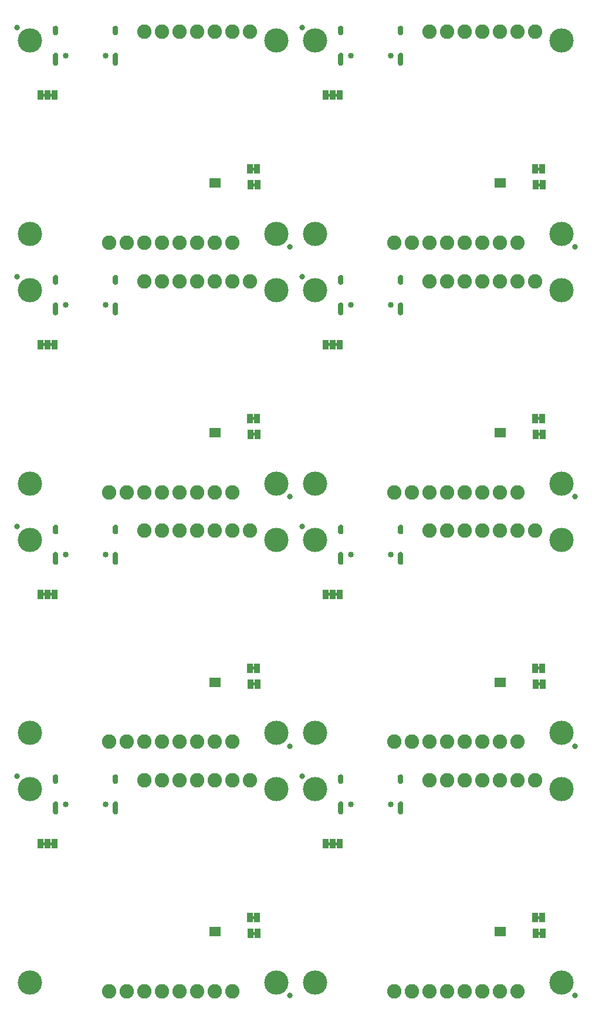
<source format=gbs>
G75*
%MOIN*%
%OFA0B0*%
%FSLAX25Y25*%
%IPPOS*%
%LPD*%
%AMOC8*
5,1,8,0,0,1.08239X$1,22.5*
%
%ADD10C,0.13800*%
%ADD11R,0.03300X0.05800*%
%ADD12C,0.00500*%
%ADD13C,0.03300*%
%ADD14C,0.08200*%
%ADD15C,0.03359*%
%ADD16C,0.00600*%
D10*
X0084342Y0048750D03*
X0084342Y0158650D03*
X0084342Y0190650D03*
X0084342Y0300550D03*
X0084342Y0332550D03*
X0084342Y0442450D03*
X0084342Y0474450D03*
X0084342Y0584350D03*
X0224342Y0584350D03*
X0246342Y0584350D03*
X0246342Y0474450D03*
X0224342Y0474450D03*
X0224342Y0442450D03*
X0246342Y0442450D03*
X0246342Y0332550D03*
X0224342Y0332550D03*
X0224342Y0300550D03*
X0246342Y0300550D03*
X0246342Y0190650D03*
X0224342Y0190650D03*
X0224342Y0158650D03*
X0246342Y0158650D03*
X0246342Y0048750D03*
X0224342Y0048750D03*
X0386342Y0048750D03*
X0386342Y0158650D03*
X0386342Y0190650D03*
X0386342Y0300550D03*
X0386342Y0332550D03*
X0386342Y0442450D03*
X0386342Y0474450D03*
X0386342Y0584350D03*
D11*
X0375342Y0511350D03*
X0371342Y0511350D03*
X0371442Y0502350D03*
X0375442Y0502350D03*
X0352942Y0503350D03*
X0349742Y0503350D03*
X0371342Y0369450D03*
X0375342Y0369450D03*
X0375442Y0360450D03*
X0371442Y0360450D03*
X0352942Y0361450D03*
X0349742Y0361450D03*
X0371342Y0227550D03*
X0375342Y0227550D03*
X0375442Y0218550D03*
X0371442Y0218550D03*
X0352942Y0219550D03*
X0349742Y0219550D03*
X0371342Y0085650D03*
X0375342Y0085650D03*
X0375442Y0076650D03*
X0371442Y0076650D03*
X0352942Y0077650D03*
X0349742Y0077650D03*
X0260342Y0127650D03*
X0256342Y0127650D03*
X0252342Y0127650D03*
X0213342Y0085650D03*
X0209342Y0085650D03*
X0209442Y0076650D03*
X0213442Y0076650D03*
X0190942Y0077650D03*
X0187742Y0077650D03*
X0098342Y0127650D03*
X0094342Y0127650D03*
X0090342Y0127650D03*
X0090342Y0269550D03*
X0094342Y0269550D03*
X0098342Y0269550D03*
X0187742Y0219550D03*
X0190942Y0219550D03*
X0209442Y0218550D03*
X0213442Y0218550D03*
X0213342Y0227550D03*
X0209342Y0227550D03*
X0252342Y0269550D03*
X0256342Y0269550D03*
X0260342Y0269550D03*
X0213442Y0360450D03*
X0209442Y0360450D03*
X0209342Y0369450D03*
X0213342Y0369450D03*
X0190942Y0361450D03*
X0187742Y0361450D03*
X0252342Y0411450D03*
X0256342Y0411450D03*
X0260342Y0411450D03*
X0213442Y0502350D03*
X0209442Y0502350D03*
X0209342Y0511350D03*
X0213342Y0511350D03*
X0190942Y0503350D03*
X0187742Y0503350D03*
X0252342Y0553350D03*
X0256342Y0553350D03*
X0260342Y0553350D03*
X0098342Y0553350D03*
X0094342Y0553350D03*
X0090342Y0553350D03*
X0090342Y0411450D03*
X0094342Y0411450D03*
X0098342Y0411450D03*
D12*
X0097092Y0411636D02*
X0095592Y0411636D01*
X0095592Y0411950D02*
X0095592Y0410950D01*
X0097092Y0410950D01*
X0097092Y0411950D01*
X0095592Y0411950D01*
X0095592Y0411138D02*
X0097092Y0411138D01*
X0093092Y0411138D02*
X0091592Y0411138D01*
X0091592Y0410950D02*
X0093092Y0410950D01*
X0093092Y0411950D01*
X0091592Y0411950D01*
X0091592Y0410950D01*
X0091592Y0411636D02*
X0093092Y0411636D01*
X0093092Y0552850D02*
X0093092Y0553850D01*
X0091592Y0553850D01*
X0091592Y0552850D01*
X0093092Y0552850D01*
X0093092Y0553214D02*
X0091592Y0553214D01*
X0091592Y0553712D02*
X0093092Y0553712D01*
X0095592Y0553712D02*
X0097092Y0553712D01*
X0097092Y0553850D02*
X0097092Y0552850D01*
X0095592Y0552850D01*
X0095592Y0553850D01*
X0097092Y0553850D01*
X0097092Y0553214D02*
X0095592Y0553214D01*
X0210592Y0511850D02*
X0210592Y0510850D01*
X0212092Y0510850D01*
X0212092Y0511850D01*
X0210592Y0511850D01*
X0210592Y0511837D02*
X0212092Y0511837D01*
X0212092Y0511339D02*
X0210592Y0511339D01*
X0210692Y0502850D02*
X0210692Y0501850D01*
X0212192Y0501850D01*
X0212192Y0502850D01*
X0210692Y0502850D01*
X0210692Y0502366D02*
X0212192Y0502366D01*
X0212192Y0501867D02*
X0210692Y0501867D01*
X0253592Y0552850D02*
X0255092Y0552850D01*
X0255092Y0553850D01*
X0253592Y0553850D01*
X0253592Y0552850D01*
X0253592Y0553214D02*
X0255092Y0553214D01*
X0255092Y0553712D02*
X0253592Y0553712D01*
X0257592Y0553712D02*
X0259092Y0553712D01*
X0259092Y0553850D02*
X0259092Y0552850D01*
X0257592Y0552850D01*
X0257592Y0553850D01*
X0259092Y0553850D01*
X0259092Y0553214D02*
X0257592Y0553214D01*
X0257592Y0411950D02*
X0257592Y0410950D01*
X0259092Y0410950D01*
X0259092Y0411950D01*
X0257592Y0411950D01*
X0257592Y0411636D02*
X0259092Y0411636D01*
X0259092Y0411138D02*
X0257592Y0411138D01*
X0255092Y0411138D02*
X0253592Y0411138D01*
X0253592Y0410950D02*
X0255092Y0410950D01*
X0255092Y0411950D01*
X0253592Y0411950D01*
X0253592Y0410950D01*
X0253592Y0411636D02*
X0255092Y0411636D01*
X0212092Y0369950D02*
X0212092Y0368950D01*
X0210592Y0368950D01*
X0210592Y0369950D01*
X0212092Y0369950D01*
X0212092Y0369762D02*
X0210592Y0369762D01*
X0210592Y0369263D02*
X0212092Y0369263D01*
X0212192Y0360950D02*
X0212192Y0359950D01*
X0210692Y0359950D01*
X0210692Y0360950D01*
X0212192Y0360950D01*
X0212192Y0360788D02*
X0210692Y0360788D01*
X0210692Y0360290D02*
X0212192Y0360290D01*
X0253592Y0270050D02*
X0253592Y0269050D01*
X0255092Y0269050D01*
X0255092Y0270050D01*
X0253592Y0270050D01*
X0253592Y0269561D02*
X0255092Y0269561D01*
X0255092Y0269062D02*
X0253592Y0269062D01*
X0257592Y0269062D02*
X0259092Y0269062D01*
X0259092Y0269050D02*
X0259092Y0270050D01*
X0257592Y0270050D01*
X0257592Y0269050D01*
X0259092Y0269050D01*
X0259092Y0269561D02*
X0257592Y0269561D01*
X0212092Y0228050D02*
X0212092Y0227050D01*
X0210592Y0227050D01*
X0210592Y0228050D01*
X0212092Y0228050D01*
X0212092Y0227686D02*
X0210592Y0227686D01*
X0210592Y0227187D02*
X0212092Y0227187D01*
X0212192Y0219050D02*
X0212192Y0218050D01*
X0210692Y0218050D01*
X0210692Y0219050D01*
X0212192Y0219050D01*
X0212192Y0218713D02*
X0210692Y0218713D01*
X0210692Y0218214D02*
X0212192Y0218214D01*
X0253592Y0128150D02*
X0253592Y0127150D01*
X0255092Y0127150D01*
X0255092Y0128150D01*
X0253592Y0128150D01*
X0253592Y0127984D02*
X0255092Y0127984D01*
X0255092Y0127485D02*
X0253592Y0127485D01*
X0257592Y0127485D02*
X0259092Y0127485D01*
X0259092Y0127150D02*
X0259092Y0128150D01*
X0257592Y0128150D01*
X0257592Y0127150D01*
X0259092Y0127150D01*
X0259092Y0127984D02*
X0257592Y0127984D01*
X0212092Y0086150D02*
X0212092Y0085150D01*
X0210592Y0085150D01*
X0210592Y0086150D01*
X0212092Y0086150D01*
X0212092Y0086109D02*
X0210592Y0086109D01*
X0210592Y0085610D02*
X0212092Y0085610D01*
X0212192Y0077150D02*
X0212192Y0076150D01*
X0210692Y0076150D01*
X0210692Y0077150D01*
X0212192Y0077150D01*
X0212192Y0077135D02*
X0210692Y0077135D01*
X0210692Y0076637D02*
X0212192Y0076637D01*
X0097092Y0127150D02*
X0097092Y0128150D01*
X0095592Y0128150D01*
X0095592Y0127150D01*
X0097092Y0127150D01*
X0097092Y0127485D02*
X0095592Y0127485D01*
X0095592Y0127984D02*
X0097092Y0127984D01*
X0093092Y0127984D02*
X0091592Y0127984D01*
X0091592Y0128150D02*
X0091592Y0127150D01*
X0093092Y0127150D01*
X0093092Y0128150D01*
X0091592Y0128150D01*
X0091592Y0127485D02*
X0093092Y0127485D01*
X0093092Y0269050D02*
X0093092Y0270050D01*
X0091592Y0270050D01*
X0091592Y0269050D01*
X0093092Y0269050D01*
X0093092Y0269062D02*
X0091592Y0269062D01*
X0091592Y0269561D02*
X0093092Y0269561D01*
X0095592Y0269561D02*
X0097092Y0269561D01*
X0097092Y0270050D02*
X0097092Y0269050D01*
X0095592Y0269050D01*
X0095592Y0270050D01*
X0097092Y0270050D01*
X0097092Y0269062D02*
X0095592Y0269062D01*
X0372592Y0228050D02*
X0372592Y0227050D01*
X0374092Y0227050D01*
X0374092Y0228050D01*
X0372592Y0228050D01*
X0372592Y0227686D02*
X0374092Y0227686D01*
X0374092Y0227187D02*
X0372592Y0227187D01*
X0372692Y0219050D02*
X0372692Y0218050D01*
X0374192Y0218050D01*
X0374192Y0219050D01*
X0372692Y0219050D01*
X0372692Y0218713D02*
X0374192Y0218713D01*
X0374192Y0218214D02*
X0372692Y0218214D01*
X0372592Y0086150D02*
X0372592Y0085150D01*
X0374092Y0085150D01*
X0374092Y0086150D01*
X0372592Y0086150D01*
X0372592Y0086109D02*
X0374092Y0086109D01*
X0374092Y0085610D02*
X0372592Y0085610D01*
X0372692Y0077150D02*
X0372692Y0076150D01*
X0374192Y0076150D01*
X0374192Y0077150D01*
X0372692Y0077150D01*
X0372692Y0077135D02*
X0374192Y0077135D01*
X0374192Y0076637D02*
X0372692Y0076637D01*
X0372692Y0359950D02*
X0374192Y0359950D01*
X0374192Y0360950D01*
X0372692Y0360950D01*
X0372692Y0359950D01*
X0372692Y0360290D02*
X0374192Y0360290D01*
X0374192Y0360788D02*
X0372692Y0360788D01*
X0372592Y0368950D02*
X0374092Y0368950D01*
X0374092Y0369950D01*
X0372592Y0369950D01*
X0372592Y0368950D01*
X0372592Y0369263D02*
X0374092Y0369263D01*
X0374092Y0369762D02*
X0372592Y0369762D01*
X0372692Y0501850D02*
X0374192Y0501850D01*
X0374192Y0502850D01*
X0372692Y0502850D01*
X0372692Y0501850D01*
X0372692Y0501867D02*
X0374192Y0501867D01*
X0374192Y0502366D02*
X0372692Y0502366D01*
X0372592Y0510850D02*
X0374092Y0510850D01*
X0374092Y0511850D01*
X0372592Y0511850D01*
X0372592Y0510850D01*
X0372592Y0511339D02*
X0374092Y0511339D01*
X0374092Y0511837D02*
X0372592Y0511837D01*
D13*
X0393842Y0466950D03*
X0393842Y0325050D03*
X0393842Y0183150D03*
X0393842Y0041250D03*
X0238842Y0166150D03*
X0231842Y0183150D03*
X0238842Y0308050D03*
X0231842Y0325050D03*
X0238842Y0449950D03*
X0231842Y0466950D03*
X0238842Y0591850D03*
X0076842Y0591850D03*
X0076842Y0449950D03*
X0076842Y0308050D03*
X0076842Y0166150D03*
X0231842Y0041250D03*
D14*
X0199342Y0043750D03*
X0189342Y0043750D03*
X0179342Y0043750D03*
X0169342Y0043750D03*
X0159342Y0043750D03*
X0149342Y0043750D03*
X0139342Y0043750D03*
X0129342Y0043750D03*
X0149342Y0163750D03*
X0159342Y0163750D03*
X0169342Y0163750D03*
X0179342Y0163750D03*
X0189342Y0163750D03*
X0199342Y0163750D03*
X0209342Y0163750D03*
X0199342Y0185650D03*
X0189342Y0185650D03*
X0179342Y0185650D03*
X0169342Y0185650D03*
X0159342Y0185650D03*
X0149342Y0185650D03*
X0139342Y0185650D03*
X0129342Y0185650D03*
X0149342Y0305650D03*
X0159342Y0305650D03*
X0169342Y0305650D03*
X0179342Y0305650D03*
X0189342Y0305650D03*
X0199342Y0305650D03*
X0209342Y0305650D03*
X0199342Y0327550D03*
X0189342Y0327550D03*
X0179342Y0327550D03*
X0169342Y0327550D03*
X0159342Y0327550D03*
X0149342Y0327550D03*
X0139342Y0327550D03*
X0129342Y0327550D03*
X0149342Y0447550D03*
X0159342Y0447550D03*
X0169342Y0447550D03*
X0179342Y0447550D03*
X0189342Y0447550D03*
X0199342Y0447550D03*
X0209342Y0447550D03*
X0199342Y0469450D03*
X0189342Y0469450D03*
X0179342Y0469450D03*
X0169342Y0469450D03*
X0159342Y0469450D03*
X0149342Y0469450D03*
X0139342Y0469450D03*
X0129342Y0469450D03*
X0149342Y0589450D03*
X0159342Y0589450D03*
X0169342Y0589450D03*
X0179342Y0589450D03*
X0189342Y0589450D03*
X0199342Y0589450D03*
X0209342Y0589450D03*
X0291342Y0469450D03*
X0301342Y0469450D03*
X0311342Y0469450D03*
X0321342Y0469450D03*
X0331342Y0469450D03*
X0341342Y0469450D03*
X0351342Y0469450D03*
X0361342Y0469450D03*
X0361342Y0447550D03*
X0351342Y0447550D03*
X0341342Y0447550D03*
X0331342Y0447550D03*
X0321342Y0447550D03*
X0311342Y0447550D03*
X0371342Y0447550D03*
X0361342Y0327550D03*
X0351342Y0327550D03*
X0341342Y0327550D03*
X0331342Y0327550D03*
X0321342Y0327550D03*
X0311342Y0327550D03*
X0301342Y0327550D03*
X0291342Y0327550D03*
X0311342Y0305650D03*
X0321342Y0305650D03*
X0331342Y0305650D03*
X0341342Y0305650D03*
X0351342Y0305650D03*
X0361342Y0305650D03*
X0371342Y0305650D03*
X0361342Y0185650D03*
X0351342Y0185650D03*
X0341342Y0185650D03*
X0331342Y0185650D03*
X0321342Y0185650D03*
X0311342Y0185650D03*
X0301342Y0185650D03*
X0291342Y0185650D03*
X0311342Y0163750D03*
X0321342Y0163750D03*
X0331342Y0163750D03*
X0341342Y0163750D03*
X0351342Y0163750D03*
X0361342Y0163750D03*
X0371342Y0163750D03*
X0361342Y0043750D03*
X0351342Y0043750D03*
X0341342Y0043750D03*
X0331342Y0043750D03*
X0321342Y0043750D03*
X0311342Y0043750D03*
X0301342Y0043750D03*
X0291342Y0043750D03*
X0311342Y0589450D03*
X0321342Y0589450D03*
X0331342Y0589450D03*
X0341342Y0589450D03*
X0351342Y0589450D03*
X0361342Y0589450D03*
X0371342Y0589450D03*
D15*
X0289120Y0575839D03*
X0266364Y0575839D03*
X0266364Y0433939D03*
X0289120Y0433939D03*
X0289120Y0292039D03*
X0266364Y0292039D03*
X0266364Y0150139D03*
X0289120Y0150139D03*
X0127120Y0150139D03*
X0104364Y0150139D03*
X0104364Y0292039D03*
X0127120Y0292039D03*
X0127120Y0433939D03*
X0104364Y0433939D03*
X0104364Y0575839D03*
X0127120Y0575839D03*
D16*
X0131569Y0575918D02*
X0131569Y0571587D01*
X0131603Y0571304D01*
X0131704Y0571038D01*
X0131866Y0570804D01*
X0132079Y0570615D01*
X0132331Y0570483D01*
X0132607Y0570415D01*
X0132892Y0570415D01*
X0133169Y0570483D01*
X0133421Y0570615D01*
X0133634Y0570804D01*
X0133795Y0571038D01*
X0133896Y0571304D01*
X0133931Y0571587D01*
X0133931Y0575918D01*
X0133896Y0576200D01*
X0133795Y0576467D01*
X0133634Y0576701D01*
X0133421Y0576890D01*
X0133169Y0577022D01*
X0132892Y0577090D01*
X0132607Y0577090D01*
X0132331Y0577022D01*
X0132079Y0576890D01*
X0131866Y0576701D01*
X0131704Y0576467D01*
X0131603Y0576200D01*
X0131569Y0575918D01*
X0131608Y0576213D02*
X0133892Y0576213D01*
X0133931Y0575615D02*
X0131569Y0575615D01*
X0131569Y0575016D02*
X0133931Y0575016D01*
X0133931Y0574418D02*
X0131569Y0574418D01*
X0131569Y0573819D02*
X0133931Y0573819D01*
X0133931Y0573221D02*
X0131569Y0573221D01*
X0131569Y0572622D02*
X0133931Y0572622D01*
X0133931Y0572024D02*
X0131569Y0572024D01*
X0131588Y0571425D02*
X0133911Y0571425D01*
X0133649Y0570827D02*
X0131850Y0570827D01*
X0131991Y0576812D02*
X0133509Y0576812D01*
X0132892Y0587796D02*
X0132607Y0587796D01*
X0132331Y0587865D01*
X0132079Y0587997D01*
X0131866Y0588186D01*
X0131704Y0588420D01*
X0131603Y0588686D01*
X0131569Y0588969D01*
X0131569Y0591410D01*
X0131603Y0591692D01*
X0131704Y0591959D01*
X0131866Y0592193D01*
X0132079Y0592382D01*
X0132331Y0592514D01*
X0132607Y0592582D01*
X0132892Y0592582D01*
X0133169Y0592514D01*
X0133421Y0592382D01*
X0133634Y0592193D01*
X0133795Y0591959D01*
X0133896Y0591692D01*
X0133931Y0591410D01*
X0133931Y0588969D01*
X0133896Y0588686D01*
X0133795Y0588420D01*
X0133634Y0588186D01*
X0133421Y0587997D01*
X0133169Y0587865D01*
X0132892Y0587796D01*
X0133631Y0588183D02*
X0131868Y0588183D01*
X0131591Y0588782D02*
X0133908Y0588782D01*
X0133931Y0589380D02*
X0131569Y0589380D01*
X0131569Y0589979D02*
X0133931Y0589979D01*
X0133931Y0590577D02*
X0131569Y0590577D01*
X0131569Y0591176D02*
X0133931Y0591176D01*
X0133865Y0591774D02*
X0131634Y0591774D01*
X0132069Y0592373D02*
X0133431Y0592373D01*
X0099915Y0591410D02*
X0099881Y0591692D01*
X0099780Y0591959D01*
X0099618Y0592193D01*
X0099405Y0592382D01*
X0099153Y0592514D01*
X0098876Y0592582D01*
X0098592Y0592582D01*
X0098315Y0592514D01*
X0098063Y0592382D01*
X0097850Y0592193D01*
X0097688Y0591959D01*
X0097587Y0591692D01*
X0097553Y0591410D01*
X0097553Y0588969D01*
X0097587Y0588686D01*
X0097688Y0588420D01*
X0097850Y0588186D01*
X0098063Y0587997D01*
X0098315Y0587865D01*
X0098592Y0587796D01*
X0098876Y0587796D01*
X0099153Y0587865D01*
X0099405Y0587997D01*
X0099618Y0588186D01*
X0099780Y0588420D01*
X0099881Y0588686D01*
X0099915Y0588969D01*
X0099915Y0591410D01*
X0099915Y0591176D02*
X0097553Y0591176D01*
X0097553Y0590577D02*
X0099915Y0590577D01*
X0099915Y0589979D02*
X0097553Y0589979D01*
X0097553Y0589380D02*
X0099915Y0589380D01*
X0099892Y0588782D02*
X0097576Y0588782D01*
X0097852Y0588183D02*
X0099615Y0588183D01*
X0099850Y0591774D02*
X0097618Y0591774D01*
X0098053Y0592373D02*
X0099415Y0592373D01*
X0098876Y0577090D02*
X0099153Y0577022D01*
X0099405Y0576890D01*
X0099618Y0576701D01*
X0099780Y0576467D01*
X0099881Y0576200D01*
X0099915Y0575918D01*
X0099915Y0571587D01*
X0099881Y0571304D01*
X0099780Y0571038D01*
X0099618Y0570804D01*
X0099405Y0570615D01*
X0099153Y0570483D01*
X0098876Y0570415D01*
X0098592Y0570415D01*
X0098315Y0570483D01*
X0098063Y0570615D01*
X0097850Y0570804D01*
X0097688Y0571038D01*
X0097587Y0571304D01*
X0097553Y0571587D01*
X0097553Y0575918D01*
X0097587Y0576200D01*
X0097688Y0576467D01*
X0097850Y0576701D01*
X0098063Y0576890D01*
X0098315Y0577022D01*
X0098592Y0577090D01*
X0098876Y0577090D01*
X0099493Y0576812D02*
X0097975Y0576812D01*
X0097592Y0576213D02*
X0099876Y0576213D01*
X0099915Y0575615D02*
X0097553Y0575615D01*
X0097553Y0575016D02*
X0099915Y0575016D01*
X0099915Y0574418D02*
X0097553Y0574418D01*
X0097553Y0573819D02*
X0099915Y0573819D01*
X0099915Y0573221D02*
X0097553Y0573221D01*
X0097553Y0572622D02*
X0099915Y0572622D01*
X0099915Y0572024D02*
X0097553Y0572024D01*
X0097573Y0571425D02*
X0099895Y0571425D01*
X0099634Y0570827D02*
X0097834Y0570827D01*
X0098592Y0450682D02*
X0098315Y0450614D01*
X0098063Y0450482D01*
X0097850Y0450293D01*
X0097688Y0450059D01*
X0097587Y0449792D01*
X0097553Y0449510D01*
X0097553Y0447069D01*
X0097587Y0446786D01*
X0097688Y0446520D01*
X0097850Y0446286D01*
X0098063Y0446097D01*
X0098315Y0445965D01*
X0098592Y0445896D01*
X0098876Y0445896D01*
X0099153Y0445965D01*
X0099405Y0446097D01*
X0099618Y0446286D01*
X0099780Y0446520D01*
X0099881Y0446786D01*
X0099915Y0447069D01*
X0099915Y0449510D01*
X0099881Y0449792D01*
X0099780Y0450059D01*
X0099618Y0450293D01*
X0099405Y0450482D01*
X0099153Y0450614D01*
X0098876Y0450682D01*
X0098592Y0450682D01*
X0098147Y0450526D02*
X0099321Y0450526D01*
X0099830Y0449927D02*
X0097638Y0449927D01*
X0097553Y0449329D02*
X0099915Y0449329D01*
X0099915Y0448730D02*
X0097553Y0448730D01*
X0097553Y0448132D02*
X0099915Y0448132D01*
X0099915Y0447533D02*
X0097553Y0447533D01*
X0097569Y0446935D02*
X0099899Y0446935D01*
X0099653Y0446336D02*
X0097815Y0446336D01*
X0098592Y0435190D02*
X0098876Y0435190D01*
X0099153Y0435122D01*
X0099405Y0434990D01*
X0099618Y0434801D01*
X0099780Y0434567D01*
X0099881Y0434300D01*
X0099915Y0434018D01*
X0099915Y0429687D01*
X0099881Y0429404D01*
X0099780Y0429138D01*
X0099618Y0428904D01*
X0099405Y0428715D01*
X0099153Y0428583D01*
X0098876Y0428515D01*
X0098592Y0428515D01*
X0098315Y0428583D01*
X0098063Y0428715D01*
X0097850Y0428904D01*
X0097688Y0429138D01*
X0097587Y0429404D01*
X0097553Y0429687D01*
X0097553Y0434018D01*
X0097587Y0434300D01*
X0097688Y0434567D01*
X0097850Y0434801D01*
X0098063Y0434990D01*
X0098315Y0435122D01*
X0098592Y0435190D01*
X0098034Y0434964D02*
X0099433Y0434964D01*
X0099856Y0434366D02*
X0097612Y0434366D01*
X0097553Y0433767D02*
X0099915Y0433767D01*
X0099915Y0433169D02*
X0097553Y0433169D01*
X0097553Y0432570D02*
X0099915Y0432570D01*
X0099915Y0431972D02*
X0097553Y0431972D01*
X0097553Y0431373D02*
X0099915Y0431373D01*
X0099915Y0430775D02*
X0097553Y0430775D01*
X0097553Y0430176D02*
X0099915Y0430176D01*
X0099902Y0429578D02*
X0097566Y0429578D01*
X0097798Y0428979D02*
X0099670Y0428979D01*
X0131569Y0429687D02*
X0131569Y0434018D01*
X0131603Y0434300D01*
X0131704Y0434567D01*
X0131866Y0434801D01*
X0132079Y0434990D01*
X0132331Y0435122D01*
X0132607Y0435190D01*
X0132892Y0435190D01*
X0133169Y0435122D01*
X0133421Y0434990D01*
X0133634Y0434801D01*
X0133795Y0434567D01*
X0133896Y0434300D01*
X0133931Y0434018D01*
X0133931Y0429687D01*
X0133896Y0429404D01*
X0133795Y0429138D01*
X0133634Y0428904D01*
X0133421Y0428715D01*
X0133169Y0428583D01*
X0132892Y0428515D01*
X0132607Y0428515D01*
X0132331Y0428583D01*
X0132079Y0428715D01*
X0131866Y0428904D01*
X0131704Y0429138D01*
X0131603Y0429404D01*
X0131569Y0429687D01*
X0131582Y0429578D02*
X0133918Y0429578D01*
X0133931Y0430176D02*
X0131569Y0430176D01*
X0131569Y0430775D02*
X0133931Y0430775D01*
X0133931Y0431373D02*
X0131569Y0431373D01*
X0131569Y0431972D02*
X0133931Y0431972D01*
X0133931Y0432570D02*
X0131569Y0432570D01*
X0131569Y0433169D02*
X0133931Y0433169D01*
X0133931Y0433767D02*
X0131569Y0433767D01*
X0131628Y0434366D02*
X0133872Y0434366D01*
X0133449Y0434964D02*
X0132050Y0434964D01*
X0131813Y0428979D02*
X0133686Y0428979D01*
X0132892Y0445896D02*
X0132607Y0445896D01*
X0132331Y0445965D01*
X0132079Y0446097D01*
X0131866Y0446286D01*
X0131704Y0446520D01*
X0131603Y0446786D01*
X0131569Y0447069D01*
X0131569Y0449510D01*
X0131603Y0449792D01*
X0131704Y0450059D01*
X0131866Y0450293D01*
X0132079Y0450482D01*
X0132331Y0450614D01*
X0132607Y0450682D01*
X0132892Y0450682D01*
X0133169Y0450614D01*
X0133421Y0450482D01*
X0133634Y0450293D01*
X0133795Y0450059D01*
X0133896Y0449792D01*
X0133931Y0449510D01*
X0133931Y0447069D01*
X0133896Y0446786D01*
X0133795Y0446520D01*
X0133634Y0446286D01*
X0133421Y0446097D01*
X0133169Y0445965D01*
X0132892Y0445896D01*
X0133669Y0446336D02*
X0131831Y0446336D01*
X0131585Y0446935D02*
X0133914Y0446935D01*
X0133931Y0447533D02*
X0131569Y0447533D01*
X0131569Y0448132D02*
X0133931Y0448132D01*
X0133931Y0448730D02*
X0131569Y0448730D01*
X0131569Y0449329D02*
X0133931Y0449329D01*
X0133845Y0449927D02*
X0131654Y0449927D01*
X0132162Y0450526D02*
X0133337Y0450526D01*
X0132892Y0308782D02*
X0133169Y0308714D01*
X0133421Y0308582D01*
X0133634Y0308393D01*
X0133795Y0308159D01*
X0133896Y0307892D01*
X0133931Y0307610D01*
X0133931Y0305169D01*
X0133896Y0304886D01*
X0133795Y0304620D01*
X0133634Y0304386D01*
X0133421Y0304197D01*
X0133169Y0304065D01*
X0132892Y0303996D01*
X0132607Y0303996D01*
X0132331Y0304065D01*
X0132079Y0304197D01*
X0131866Y0304386D01*
X0131704Y0304620D01*
X0131603Y0304886D01*
X0131569Y0305169D01*
X0131569Y0307610D01*
X0131603Y0307892D01*
X0131704Y0308159D01*
X0131866Y0308393D01*
X0132079Y0308582D01*
X0132331Y0308714D01*
X0132607Y0308782D01*
X0132892Y0308782D01*
X0133236Y0308679D02*
X0132263Y0308679D01*
X0131674Y0308080D02*
X0133825Y0308080D01*
X0133931Y0307482D02*
X0131569Y0307482D01*
X0131569Y0306883D02*
X0133931Y0306883D01*
X0133931Y0306285D02*
X0131569Y0306285D01*
X0131569Y0305686D02*
X0133931Y0305686D01*
X0133921Y0305088D02*
X0131578Y0305088D01*
X0131794Y0304489D02*
X0133705Y0304489D01*
X0132892Y0293290D02*
X0133169Y0293222D01*
X0133421Y0293090D01*
X0133634Y0292901D01*
X0133795Y0292667D01*
X0133896Y0292400D01*
X0133931Y0292118D01*
X0133931Y0287787D01*
X0133896Y0287504D01*
X0133795Y0287238D01*
X0133634Y0287004D01*
X0133421Y0286815D01*
X0133169Y0286683D01*
X0132892Y0286615D01*
X0132607Y0286615D01*
X0132331Y0286683D01*
X0132079Y0286815D01*
X0131866Y0287004D01*
X0131704Y0287238D01*
X0131603Y0287504D01*
X0131569Y0287787D01*
X0131569Y0292118D01*
X0131603Y0292400D01*
X0131704Y0292667D01*
X0131866Y0292901D01*
X0132079Y0293090D01*
X0132331Y0293222D01*
X0132607Y0293290D01*
X0132892Y0293290D01*
X0133368Y0293117D02*
X0132131Y0293117D01*
X0131648Y0292519D02*
X0133852Y0292519D01*
X0133931Y0291920D02*
X0131569Y0291920D01*
X0131569Y0291322D02*
X0133931Y0291322D01*
X0133931Y0290723D02*
X0131569Y0290723D01*
X0131569Y0290125D02*
X0133931Y0290125D01*
X0133931Y0289526D02*
X0131569Y0289526D01*
X0131569Y0288928D02*
X0133931Y0288928D01*
X0133931Y0288329D02*
X0131569Y0288329D01*
X0131575Y0287731D02*
X0133924Y0287731D01*
X0133722Y0287132D02*
X0131777Y0287132D01*
X0099915Y0287787D02*
X0099881Y0287504D01*
X0099780Y0287238D01*
X0099618Y0287004D01*
X0099405Y0286815D01*
X0099153Y0286683D01*
X0098876Y0286615D01*
X0098592Y0286615D01*
X0098315Y0286683D01*
X0098063Y0286815D01*
X0097850Y0287004D01*
X0097688Y0287238D01*
X0097587Y0287504D01*
X0097553Y0287787D01*
X0097553Y0292118D01*
X0097587Y0292400D01*
X0097688Y0292667D01*
X0097850Y0292901D01*
X0098063Y0293090D01*
X0098315Y0293222D01*
X0098592Y0293290D01*
X0098876Y0293290D01*
X0099153Y0293222D01*
X0099405Y0293090D01*
X0099618Y0292901D01*
X0099780Y0292667D01*
X0099881Y0292400D01*
X0099915Y0292118D01*
X0099915Y0287787D01*
X0099908Y0287731D02*
X0097560Y0287731D01*
X0097553Y0288329D02*
X0099915Y0288329D01*
X0099915Y0288928D02*
X0097553Y0288928D01*
X0097553Y0289526D02*
X0099915Y0289526D01*
X0099915Y0290125D02*
X0097553Y0290125D01*
X0097553Y0290723D02*
X0099915Y0290723D01*
X0099915Y0291322D02*
X0097553Y0291322D01*
X0097553Y0291920D02*
X0099915Y0291920D01*
X0099836Y0292519D02*
X0097632Y0292519D01*
X0098116Y0293117D02*
X0099352Y0293117D01*
X0099707Y0287132D02*
X0097761Y0287132D01*
X0098592Y0303996D02*
X0098876Y0303996D01*
X0099153Y0304065D01*
X0099405Y0304197D01*
X0099618Y0304386D01*
X0099780Y0304620D01*
X0099881Y0304886D01*
X0099915Y0305169D01*
X0099915Y0307610D01*
X0099881Y0307892D01*
X0099780Y0308159D01*
X0099618Y0308393D01*
X0099405Y0308582D01*
X0099153Y0308714D01*
X0098876Y0308782D01*
X0098592Y0308782D01*
X0098315Y0308714D01*
X0098063Y0308582D01*
X0097850Y0308393D01*
X0097688Y0308159D01*
X0097587Y0307892D01*
X0097553Y0307610D01*
X0097553Y0305169D01*
X0097587Y0304886D01*
X0097688Y0304620D01*
X0097850Y0304386D01*
X0098063Y0304197D01*
X0098315Y0304065D01*
X0098592Y0303996D01*
X0097779Y0304489D02*
X0099689Y0304489D01*
X0099905Y0305088D02*
X0097563Y0305088D01*
X0097553Y0305686D02*
X0099915Y0305686D01*
X0099915Y0306285D02*
X0097553Y0306285D01*
X0097553Y0306883D02*
X0099915Y0306883D01*
X0099915Y0307482D02*
X0097553Y0307482D01*
X0097658Y0308080D02*
X0099810Y0308080D01*
X0099221Y0308679D02*
X0098247Y0308679D01*
X0098592Y0166882D02*
X0098315Y0166814D01*
X0098063Y0166682D01*
X0097850Y0166493D01*
X0097688Y0166259D01*
X0097587Y0165992D01*
X0097553Y0165710D01*
X0097553Y0163269D01*
X0097587Y0162986D01*
X0097688Y0162720D01*
X0097850Y0162486D01*
X0098063Y0162297D01*
X0098315Y0162165D01*
X0098592Y0162096D01*
X0098876Y0162096D01*
X0099153Y0162165D01*
X0099405Y0162297D01*
X0099618Y0162486D01*
X0099780Y0162720D01*
X0099881Y0162986D01*
X0099915Y0163269D01*
X0099915Y0165710D01*
X0099881Y0165992D01*
X0099780Y0166259D01*
X0099618Y0166493D01*
X0099405Y0166682D01*
X0099153Y0166814D01*
X0098876Y0166882D01*
X0098592Y0166882D01*
X0098385Y0166831D02*
X0099083Y0166831D01*
X0099790Y0166233D02*
X0097678Y0166233D01*
X0097553Y0165634D02*
X0099915Y0165634D01*
X0099915Y0165036D02*
X0097553Y0165036D01*
X0097553Y0164437D02*
X0099915Y0164437D01*
X0099915Y0163839D02*
X0097553Y0163839D01*
X0097556Y0163240D02*
X0099912Y0163240D01*
X0099726Y0162642D02*
X0097742Y0162642D01*
X0098592Y0151390D02*
X0098876Y0151390D01*
X0099153Y0151322D01*
X0099405Y0151190D01*
X0099618Y0151001D01*
X0099780Y0150767D01*
X0099881Y0150500D01*
X0099915Y0150218D01*
X0099915Y0145887D01*
X0099881Y0145604D01*
X0099780Y0145338D01*
X0099618Y0145104D01*
X0099405Y0144915D01*
X0099153Y0144783D01*
X0098876Y0144715D01*
X0098592Y0144715D01*
X0098315Y0144783D01*
X0098063Y0144915D01*
X0097850Y0145104D01*
X0097688Y0145338D01*
X0097587Y0145604D01*
X0097553Y0145887D01*
X0097553Y0150218D01*
X0097587Y0150500D01*
X0097688Y0150767D01*
X0097850Y0151001D01*
X0098063Y0151190D01*
X0098315Y0151322D01*
X0098592Y0151390D01*
X0098216Y0151270D02*
X0099252Y0151270D01*
X0099816Y0150672D02*
X0097652Y0150672D01*
X0097553Y0150073D02*
X0099915Y0150073D01*
X0099915Y0149475D02*
X0097553Y0149475D01*
X0097553Y0148876D02*
X0099915Y0148876D01*
X0099915Y0148278D02*
X0097553Y0148278D01*
X0097553Y0147679D02*
X0099915Y0147679D01*
X0099915Y0147081D02*
X0097553Y0147081D01*
X0097553Y0146482D02*
X0099915Y0146482D01*
X0099915Y0145884D02*
X0097553Y0145884D01*
X0097725Y0145285D02*
X0099743Y0145285D01*
X0131569Y0145887D02*
X0131569Y0150218D01*
X0131603Y0150500D01*
X0131704Y0150767D01*
X0131866Y0151001D01*
X0132079Y0151190D01*
X0132331Y0151322D01*
X0132607Y0151390D01*
X0132892Y0151390D01*
X0133169Y0151322D01*
X0133421Y0151190D01*
X0133634Y0151001D01*
X0133795Y0150767D01*
X0133896Y0150500D01*
X0133931Y0150218D01*
X0133931Y0145887D01*
X0133896Y0145604D01*
X0133795Y0145338D01*
X0133634Y0145104D01*
X0133421Y0144915D01*
X0133169Y0144783D01*
X0132892Y0144715D01*
X0132607Y0144715D01*
X0132331Y0144783D01*
X0132079Y0144915D01*
X0131866Y0145104D01*
X0131704Y0145338D01*
X0131603Y0145604D01*
X0131569Y0145887D01*
X0131569Y0145884D02*
X0133930Y0145884D01*
X0133931Y0146482D02*
X0131569Y0146482D01*
X0131569Y0147081D02*
X0133931Y0147081D01*
X0133931Y0147679D02*
X0131569Y0147679D01*
X0131569Y0148278D02*
X0133931Y0148278D01*
X0133931Y0148876D02*
X0131569Y0148876D01*
X0131569Y0149475D02*
X0133931Y0149475D01*
X0133931Y0150073D02*
X0131569Y0150073D01*
X0131668Y0150672D02*
X0133832Y0150672D01*
X0133267Y0151270D02*
X0132232Y0151270D01*
X0131741Y0145285D02*
X0133759Y0145285D01*
X0132892Y0162096D02*
X0132607Y0162096D01*
X0132331Y0162165D01*
X0132079Y0162297D01*
X0131866Y0162486D01*
X0131704Y0162720D01*
X0131603Y0162986D01*
X0131569Y0163269D01*
X0131569Y0165710D01*
X0131603Y0165992D01*
X0131704Y0166259D01*
X0131866Y0166493D01*
X0132079Y0166682D01*
X0132331Y0166814D01*
X0132607Y0166882D01*
X0132892Y0166882D01*
X0133169Y0166814D01*
X0133421Y0166682D01*
X0133634Y0166493D01*
X0133795Y0166259D01*
X0133896Y0165992D01*
X0133931Y0165710D01*
X0133931Y0163269D01*
X0133896Y0162986D01*
X0133795Y0162720D01*
X0133634Y0162486D01*
X0133421Y0162297D01*
X0133169Y0162165D01*
X0132892Y0162096D01*
X0133742Y0162642D02*
X0131758Y0162642D01*
X0131572Y0163240D02*
X0133927Y0163240D01*
X0133931Y0163839D02*
X0131569Y0163839D01*
X0131569Y0164437D02*
X0133931Y0164437D01*
X0133931Y0165036D02*
X0131569Y0165036D01*
X0131569Y0165634D02*
X0133931Y0165634D01*
X0133805Y0166233D02*
X0131694Y0166233D01*
X0132401Y0166831D02*
X0133099Y0166831D01*
X0259553Y0165710D02*
X0259553Y0163269D01*
X0259587Y0162986D01*
X0259688Y0162720D01*
X0259850Y0162486D01*
X0260063Y0162297D01*
X0260315Y0162165D01*
X0260592Y0162096D01*
X0260876Y0162096D01*
X0261153Y0162165D01*
X0261405Y0162297D01*
X0261618Y0162486D01*
X0261780Y0162720D01*
X0261881Y0162986D01*
X0261915Y0163269D01*
X0261915Y0165710D01*
X0261881Y0165992D01*
X0261780Y0166259D01*
X0261618Y0166493D01*
X0261405Y0166682D01*
X0261153Y0166814D01*
X0260876Y0166882D01*
X0260592Y0166882D01*
X0260315Y0166814D01*
X0260063Y0166682D01*
X0259850Y0166493D01*
X0259688Y0166259D01*
X0259587Y0165992D01*
X0259553Y0165710D01*
X0259553Y0165634D02*
X0261915Y0165634D01*
X0261915Y0165036D02*
X0259553Y0165036D01*
X0259553Y0164437D02*
X0261915Y0164437D01*
X0261915Y0163839D02*
X0259553Y0163839D01*
X0259556Y0163240D02*
X0261912Y0163240D01*
X0261726Y0162642D02*
X0259742Y0162642D01*
X0259678Y0166233D02*
X0261790Y0166233D01*
X0261083Y0166831D02*
X0260385Y0166831D01*
X0260592Y0151390D02*
X0260876Y0151390D01*
X0261153Y0151322D01*
X0261405Y0151190D01*
X0261618Y0151001D01*
X0261780Y0150767D01*
X0261881Y0150500D01*
X0261915Y0150218D01*
X0261915Y0145887D01*
X0261881Y0145604D01*
X0261780Y0145338D01*
X0261618Y0145104D01*
X0261405Y0144915D01*
X0261153Y0144783D01*
X0260876Y0144715D01*
X0260592Y0144715D01*
X0260315Y0144783D01*
X0260063Y0144915D01*
X0259850Y0145104D01*
X0259688Y0145338D01*
X0259587Y0145604D01*
X0259553Y0145887D01*
X0259553Y0150218D01*
X0259587Y0150500D01*
X0259688Y0150767D01*
X0259850Y0151001D01*
X0260063Y0151190D01*
X0260315Y0151322D01*
X0260592Y0151390D01*
X0260216Y0151270D02*
X0261252Y0151270D01*
X0261816Y0150672D02*
X0259652Y0150672D01*
X0259553Y0150073D02*
X0261915Y0150073D01*
X0261915Y0149475D02*
X0259553Y0149475D01*
X0259553Y0148876D02*
X0261915Y0148876D01*
X0261915Y0148278D02*
X0259553Y0148278D01*
X0259553Y0147679D02*
X0261915Y0147679D01*
X0261915Y0147081D02*
X0259553Y0147081D01*
X0259553Y0146482D02*
X0261915Y0146482D01*
X0261915Y0145884D02*
X0259553Y0145884D01*
X0259725Y0145285D02*
X0261743Y0145285D01*
X0293569Y0145887D02*
X0293569Y0150218D01*
X0293603Y0150500D01*
X0293704Y0150767D01*
X0293866Y0151001D01*
X0294079Y0151190D01*
X0294331Y0151322D01*
X0294607Y0151390D01*
X0294892Y0151390D01*
X0295169Y0151322D01*
X0295421Y0151190D01*
X0295634Y0151001D01*
X0295795Y0150767D01*
X0295896Y0150500D01*
X0295931Y0150218D01*
X0295931Y0145887D01*
X0295896Y0145604D01*
X0295795Y0145338D01*
X0295634Y0145104D01*
X0295421Y0144915D01*
X0295169Y0144783D01*
X0294892Y0144715D01*
X0294607Y0144715D01*
X0294331Y0144783D01*
X0294079Y0144915D01*
X0293866Y0145104D01*
X0293704Y0145338D01*
X0293603Y0145604D01*
X0293569Y0145887D01*
X0293569Y0145884D02*
X0295930Y0145884D01*
X0295931Y0146482D02*
X0293569Y0146482D01*
X0293569Y0147081D02*
X0295931Y0147081D01*
X0295931Y0147679D02*
X0293569Y0147679D01*
X0293569Y0148278D02*
X0295931Y0148278D01*
X0295931Y0148876D02*
X0293569Y0148876D01*
X0293569Y0149475D02*
X0295931Y0149475D01*
X0295931Y0150073D02*
X0293569Y0150073D01*
X0293668Y0150672D02*
X0295832Y0150672D01*
X0295267Y0151270D02*
X0294232Y0151270D01*
X0293741Y0145285D02*
X0295759Y0145285D01*
X0294892Y0162096D02*
X0294607Y0162096D01*
X0294331Y0162165D01*
X0294079Y0162297D01*
X0293866Y0162486D01*
X0293704Y0162720D01*
X0293603Y0162986D01*
X0293569Y0163269D01*
X0293569Y0165710D01*
X0293603Y0165992D01*
X0293704Y0166259D01*
X0293866Y0166493D01*
X0294079Y0166682D01*
X0294331Y0166814D01*
X0294607Y0166882D01*
X0294892Y0166882D01*
X0295169Y0166814D01*
X0295421Y0166682D01*
X0295634Y0166493D01*
X0295795Y0166259D01*
X0295896Y0165992D01*
X0295931Y0165710D01*
X0295931Y0163269D01*
X0295896Y0162986D01*
X0295795Y0162720D01*
X0295634Y0162486D01*
X0295421Y0162297D01*
X0295169Y0162165D01*
X0294892Y0162096D01*
X0295742Y0162642D02*
X0293758Y0162642D01*
X0293572Y0163240D02*
X0295927Y0163240D01*
X0295931Y0163839D02*
X0293569Y0163839D01*
X0293569Y0164437D02*
X0295931Y0164437D01*
X0295931Y0165036D02*
X0293569Y0165036D01*
X0293569Y0165634D02*
X0295931Y0165634D01*
X0295805Y0166233D02*
X0293694Y0166233D01*
X0294401Y0166831D02*
X0295099Y0166831D01*
X0294892Y0286615D02*
X0294607Y0286615D01*
X0294331Y0286683D01*
X0294079Y0286815D01*
X0293866Y0287004D01*
X0293704Y0287238D01*
X0293603Y0287504D01*
X0293569Y0287787D01*
X0293569Y0292118D01*
X0293603Y0292400D01*
X0293704Y0292667D01*
X0293866Y0292901D01*
X0294079Y0293090D01*
X0294331Y0293222D01*
X0294607Y0293290D01*
X0294892Y0293290D01*
X0295169Y0293222D01*
X0295421Y0293090D01*
X0295634Y0292901D01*
X0295795Y0292667D01*
X0295896Y0292400D01*
X0295931Y0292118D01*
X0295931Y0287787D01*
X0295896Y0287504D01*
X0295795Y0287238D01*
X0295634Y0287004D01*
X0295421Y0286815D01*
X0295169Y0286683D01*
X0294892Y0286615D01*
X0295722Y0287132D02*
X0293777Y0287132D01*
X0293575Y0287731D02*
X0295924Y0287731D01*
X0295931Y0288329D02*
X0293569Y0288329D01*
X0293569Y0288928D02*
X0295931Y0288928D01*
X0295931Y0289526D02*
X0293569Y0289526D01*
X0293569Y0290125D02*
X0295931Y0290125D01*
X0295931Y0290723D02*
X0293569Y0290723D01*
X0293569Y0291322D02*
X0295931Y0291322D01*
X0295931Y0291920D02*
X0293569Y0291920D01*
X0293648Y0292519D02*
X0295852Y0292519D01*
X0295368Y0293117D02*
X0294131Y0293117D01*
X0294607Y0303996D02*
X0294331Y0304065D01*
X0294079Y0304197D01*
X0293866Y0304386D01*
X0293704Y0304620D01*
X0293603Y0304886D01*
X0293569Y0305169D01*
X0293569Y0307610D01*
X0293603Y0307892D01*
X0293704Y0308159D01*
X0293866Y0308393D01*
X0294079Y0308582D01*
X0294331Y0308714D01*
X0294607Y0308782D01*
X0294892Y0308782D01*
X0295169Y0308714D01*
X0295421Y0308582D01*
X0295634Y0308393D01*
X0295795Y0308159D01*
X0295896Y0307892D01*
X0295931Y0307610D01*
X0295931Y0305169D01*
X0295896Y0304886D01*
X0295795Y0304620D01*
X0295634Y0304386D01*
X0295421Y0304197D01*
X0295169Y0304065D01*
X0294892Y0303996D01*
X0294607Y0303996D01*
X0293794Y0304489D02*
X0295705Y0304489D01*
X0295921Y0305088D02*
X0293578Y0305088D01*
X0293569Y0305686D02*
X0295931Y0305686D01*
X0295931Y0306285D02*
X0293569Y0306285D01*
X0293569Y0306883D02*
X0295931Y0306883D01*
X0295931Y0307482D02*
X0293569Y0307482D01*
X0293674Y0308080D02*
X0295825Y0308080D01*
X0295236Y0308679D02*
X0294263Y0308679D01*
X0261915Y0307610D02*
X0261881Y0307892D01*
X0261780Y0308159D01*
X0261618Y0308393D01*
X0261405Y0308582D01*
X0261153Y0308714D01*
X0260876Y0308782D01*
X0260592Y0308782D01*
X0260315Y0308714D01*
X0260063Y0308582D01*
X0259850Y0308393D01*
X0259688Y0308159D01*
X0259587Y0307892D01*
X0259553Y0307610D01*
X0259553Y0305169D01*
X0259587Y0304886D01*
X0259688Y0304620D01*
X0259850Y0304386D01*
X0260063Y0304197D01*
X0260315Y0304065D01*
X0260592Y0303996D01*
X0260876Y0303996D01*
X0261153Y0304065D01*
X0261405Y0304197D01*
X0261618Y0304386D01*
X0261780Y0304620D01*
X0261881Y0304886D01*
X0261915Y0305169D01*
X0261915Y0307610D01*
X0261915Y0307482D02*
X0259553Y0307482D01*
X0259553Y0306883D02*
X0261915Y0306883D01*
X0261915Y0306285D02*
X0259553Y0306285D01*
X0259553Y0305686D02*
X0261915Y0305686D01*
X0261905Y0305088D02*
X0259563Y0305088D01*
X0259779Y0304489D02*
X0261689Y0304489D01*
X0261810Y0308080D02*
X0259658Y0308080D01*
X0260247Y0308679D02*
X0261221Y0308679D01*
X0260876Y0293290D02*
X0261153Y0293222D01*
X0261405Y0293090D01*
X0261618Y0292901D01*
X0261780Y0292667D01*
X0261881Y0292400D01*
X0261915Y0292118D01*
X0261915Y0287787D01*
X0261881Y0287504D01*
X0261780Y0287238D01*
X0261618Y0287004D01*
X0261405Y0286815D01*
X0261153Y0286683D01*
X0260876Y0286615D01*
X0260592Y0286615D01*
X0260315Y0286683D01*
X0260063Y0286815D01*
X0259850Y0287004D01*
X0259688Y0287238D01*
X0259587Y0287504D01*
X0259553Y0287787D01*
X0259553Y0292118D01*
X0259587Y0292400D01*
X0259688Y0292667D01*
X0259850Y0292901D01*
X0260063Y0293090D01*
X0260315Y0293222D01*
X0260592Y0293290D01*
X0260876Y0293290D01*
X0261352Y0293117D02*
X0260116Y0293117D01*
X0259632Y0292519D02*
X0261836Y0292519D01*
X0261915Y0291920D02*
X0259553Y0291920D01*
X0259553Y0291322D02*
X0261915Y0291322D01*
X0261915Y0290723D02*
X0259553Y0290723D01*
X0259553Y0290125D02*
X0261915Y0290125D01*
X0261915Y0289526D02*
X0259553Y0289526D01*
X0259553Y0288928D02*
X0261915Y0288928D01*
X0261915Y0288329D02*
X0259553Y0288329D01*
X0259560Y0287731D02*
X0261908Y0287731D01*
X0261707Y0287132D02*
X0259761Y0287132D01*
X0260592Y0428515D02*
X0260315Y0428583D01*
X0260063Y0428715D01*
X0259850Y0428904D01*
X0259688Y0429138D01*
X0259587Y0429404D01*
X0259553Y0429687D01*
X0259553Y0434018D01*
X0259587Y0434300D01*
X0259688Y0434567D01*
X0259850Y0434801D01*
X0260063Y0434990D01*
X0260315Y0435122D01*
X0260592Y0435190D01*
X0260876Y0435190D01*
X0261153Y0435122D01*
X0261405Y0434990D01*
X0261618Y0434801D01*
X0261780Y0434567D01*
X0261881Y0434300D01*
X0261915Y0434018D01*
X0261915Y0429687D01*
X0261881Y0429404D01*
X0261780Y0429138D01*
X0261618Y0428904D01*
X0261405Y0428715D01*
X0261153Y0428583D01*
X0260876Y0428515D01*
X0260592Y0428515D01*
X0259798Y0428979D02*
X0261670Y0428979D01*
X0261902Y0429578D02*
X0259566Y0429578D01*
X0259553Y0430176D02*
X0261915Y0430176D01*
X0261915Y0430775D02*
X0259553Y0430775D01*
X0259553Y0431373D02*
X0261915Y0431373D01*
X0261915Y0431972D02*
X0259553Y0431972D01*
X0259553Y0432570D02*
X0261915Y0432570D01*
X0261915Y0433169D02*
X0259553Y0433169D01*
X0259553Y0433767D02*
X0261915Y0433767D01*
X0261856Y0434366D02*
X0259612Y0434366D01*
X0260034Y0434964D02*
X0261433Y0434964D01*
X0260876Y0445896D02*
X0261153Y0445965D01*
X0261405Y0446097D01*
X0261618Y0446286D01*
X0261780Y0446520D01*
X0261881Y0446786D01*
X0261915Y0447069D01*
X0261915Y0449510D01*
X0261881Y0449792D01*
X0261780Y0450059D01*
X0261618Y0450293D01*
X0261405Y0450482D01*
X0261153Y0450614D01*
X0260876Y0450682D01*
X0260592Y0450682D01*
X0260315Y0450614D01*
X0260063Y0450482D01*
X0259850Y0450293D01*
X0259688Y0450059D01*
X0259587Y0449792D01*
X0259553Y0449510D01*
X0259553Y0447069D01*
X0259587Y0446786D01*
X0259688Y0446520D01*
X0259850Y0446286D01*
X0260063Y0446097D01*
X0260315Y0445965D01*
X0260592Y0445896D01*
X0260876Y0445896D01*
X0261653Y0446336D02*
X0259815Y0446336D01*
X0259569Y0446935D02*
X0261899Y0446935D01*
X0261915Y0447533D02*
X0259553Y0447533D01*
X0259553Y0448132D02*
X0261915Y0448132D01*
X0261915Y0448730D02*
X0259553Y0448730D01*
X0259553Y0449329D02*
X0261915Y0449329D01*
X0261830Y0449927D02*
X0259638Y0449927D01*
X0260147Y0450526D02*
X0261321Y0450526D01*
X0293569Y0449510D02*
X0293569Y0447069D01*
X0293603Y0446786D01*
X0293704Y0446520D01*
X0293866Y0446286D01*
X0294079Y0446097D01*
X0294331Y0445965D01*
X0294607Y0445896D01*
X0294892Y0445896D01*
X0295169Y0445965D01*
X0295421Y0446097D01*
X0295634Y0446286D01*
X0295795Y0446520D01*
X0295896Y0446786D01*
X0295931Y0447069D01*
X0295931Y0449510D01*
X0295896Y0449792D01*
X0295795Y0450059D01*
X0295634Y0450293D01*
X0295421Y0450482D01*
X0295169Y0450614D01*
X0294892Y0450682D01*
X0294607Y0450682D01*
X0294331Y0450614D01*
X0294079Y0450482D01*
X0293866Y0450293D01*
X0293704Y0450059D01*
X0293603Y0449792D01*
X0293569Y0449510D01*
X0293569Y0449329D02*
X0295931Y0449329D01*
X0295931Y0448730D02*
X0293569Y0448730D01*
X0293569Y0448132D02*
X0295931Y0448132D01*
X0295931Y0447533D02*
X0293569Y0447533D01*
X0293585Y0446935D02*
X0295914Y0446935D01*
X0295669Y0446336D02*
X0293831Y0446336D01*
X0293654Y0449927D02*
X0295845Y0449927D01*
X0295337Y0450526D02*
X0294162Y0450526D01*
X0294607Y0435190D02*
X0294892Y0435190D01*
X0295169Y0435122D01*
X0295421Y0434990D01*
X0295634Y0434801D01*
X0295795Y0434567D01*
X0295896Y0434300D01*
X0295931Y0434018D01*
X0295931Y0429687D01*
X0295896Y0429404D01*
X0295795Y0429138D01*
X0295634Y0428904D01*
X0295421Y0428715D01*
X0295169Y0428583D01*
X0294892Y0428515D01*
X0294607Y0428515D01*
X0294331Y0428583D01*
X0294079Y0428715D01*
X0293866Y0428904D01*
X0293704Y0429138D01*
X0293603Y0429404D01*
X0293569Y0429687D01*
X0293569Y0434018D01*
X0293603Y0434300D01*
X0293704Y0434567D01*
X0293866Y0434801D01*
X0294079Y0434990D01*
X0294331Y0435122D01*
X0294607Y0435190D01*
X0294050Y0434964D02*
X0295449Y0434964D01*
X0295872Y0434366D02*
X0293628Y0434366D01*
X0293569Y0433767D02*
X0295931Y0433767D01*
X0295931Y0433169D02*
X0293569Y0433169D01*
X0293569Y0432570D02*
X0295931Y0432570D01*
X0295931Y0431972D02*
X0293569Y0431972D01*
X0293569Y0431373D02*
X0295931Y0431373D01*
X0295931Y0430775D02*
X0293569Y0430775D01*
X0293569Y0430176D02*
X0295931Y0430176D01*
X0295918Y0429578D02*
X0293582Y0429578D01*
X0293813Y0428979D02*
X0295686Y0428979D01*
X0294892Y0570415D02*
X0294607Y0570415D01*
X0294331Y0570483D01*
X0294079Y0570615D01*
X0293866Y0570804D01*
X0293704Y0571038D01*
X0293603Y0571304D01*
X0293569Y0571587D01*
X0293569Y0575918D01*
X0293603Y0576200D01*
X0293704Y0576467D01*
X0293866Y0576701D01*
X0294079Y0576890D01*
X0294331Y0577022D01*
X0294607Y0577090D01*
X0294892Y0577090D01*
X0295169Y0577022D01*
X0295421Y0576890D01*
X0295634Y0576701D01*
X0295795Y0576467D01*
X0295896Y0576200D01*
X0295931Y0575918D01*
X0295931Y0571587D01*
X0295896Y0571304D01*
X0295795Y0571038D01*
X0295634Y0570804D01*
X0295421Y0570615D01*
X0295169Y0570483D01*
X0294892Y0570415D01*
X0295649Y0570827D02*
X0293850Y0570827D01*
X0293588Y0571425D02*
X0295911Y0571425D01*
X0295931Y0572024D02*
X0293569Y0572024D01*
X0293569Y0572622D02*
X0295931Y0572622D01*
X0295931Y0573221D02*
X0293569Y0573221D01*
X0293569Y0573819D02*
X0295931Y0573819D01*
X0295931Y0574418D02*
X0293569Y0574418D01*
X0293569Y0575016D02*
X0295931Y0575016D01*
X0295931Y0575615D02*
X0293569Y0575615D01*
X0293608Y0576213D02*
X0295892Y0576213D01*
X0295509Y0576812D02*
X0293991Y0576812D01*
X0294607Y0587796D02*
X0294331Y0587865D01*
X0294079Y0587997D01*
X0293866Y0588186D01*
X0293704Y0588420D01*
X0293603Y0588686D01*
X0293569Y0588969D01*
X0293569Y0591410D01*
X0293603Y0591692D01*
X0293704Y0591959D01*
X0293866Y0592193D01*
X0294079Y0592382D01*
X0294331Y0592514D01*
X0294607Y0592582D01*
X0294892Y0592582D01*
X0295169Y0592514D01*
X0295421Y0592382D01*
X0295634Y0592193D01*
X0295795Y0591959D01*
X0295896Y0591692D01*
X0295931Y0591410D01*
X0295931Y0588969D01*
X0295896Y0588686D01*
X0295795Y0588420D01*
X0295634Y0588186D01*
X0295421Y0587997D01*
X0295169Y0587865D01*
X0294892Y0587796D01*
X0294607Y0587796D01*
X0293868Y0588183D02*
X0295631Y0588183D01*
X0295908Y0588782D02*
X0293591Y0588782D01*
X0293569Y0589380D02*
X0295931Y0589380D01*
X0295931Y0589979D02*
X0293569Y0589979D01*
X0293569Y0590577D02*
X0295931Y0590577D01*
X0295931Y0591176D02*
X0293569Y0591176D01*
X0293634Y0591774D02*
X0295865Y0591774D01*
X0295431Y0592373D02*
X0294069Y0592373D01*
X0261915Y0591410D02*
X0261881Y0591692D01*
X0261780Y0591959D01*
X0261618Y0592193D01*
X0261405Y0592382D01*
X0261153Y0592514D01*
X0260876Y0592582D01*
X0260592Y0592582D01*
X0260315Y0592514D01*
X0260063Y0592382D01*
X0259850Y0592193D01*
X0259688Y0591959D01*
X0259587Y0591692D01*
X0259553Y0591410D01*
X0259553Y0588969D01*
X0259587Y0588686D01*
X0259688Y0588420D01*
X0259850Y0588186D01*
X0260063Y0587997D01*
X0260315Y0587865D01*
X0260592Y0587796D01*
X0260876Y0587796D01*
X0261153Y0587865D01*
X0261405Y0587997D01*
X0261618Y0588186D01*
X0261780Y0588420D01*
X0261881Y0588686D01*
X0261915Y0588969D01*
X0261915Y0591410D01*
X0261915Y0591176D02*
X0259553Y0591176D01*
X0259553Y0590577D02*
X0261915Y0590577D01*
X0261915Y0589979D02*
X0259553Y0589979D01*
X0259553Y0589380D02*
X0261915Y0589380D01*
X0261892Y0588782D02*
X0259576Y0588782D01*
X0259852Y0588183D02*
X0261615Y0588183D01*
X0261850Y0591774D02*
X0259618Y0591774D01*
X0260053Y0592373D02*
X0261415Y0592373D01*
X0260876Y0577090D02*
X0261153Y0577022D01*
X0261405Y0576890D01*
X0261618Y0576701D01*
X0261780Y0576467D01*
X0261881Y0576200D01*
X0261915Y0575918D01*
X0261915Y0571587D01*
X0261881Y0571304D01*
X0261780Y0571038D01*
X0261618Y0570804D01*
X0261405Y0570615D01*
X0261153Y0570483D01*
X0260876Y0570415D01*
X0260592Y0570415D01*
X0260315Y0570483D01*
X0260063Y0570615D01*
X0259850Y0570804D01*
X0259688Y0571038D01*
X0259587Y0571304D01*
X0259553Y0571587D01*
X0259553Y0575918D01*
X0259587Y0576200D01*
X0259688Y0576467D01*
X0259850Y0576701D01*
X0260063Y0576890D01*
X0260315Y0577022D01*
X0260592Y0577090D01*
X0260876Y0577090D01*
X0261493Y0576812D02*
X0259975Y0576812D01*
X0259592Y0576213D02*
X0261876Y0576213D01*
X0261915Y0575615D02*
X0259553Y0575615D01*
X0259553Y0575016D02*
X0261915Y0575016D01*
X0261915Y0574418D02*
X0259553Y0574418D01*
X0259553Y0573819D02*
X0261915Y0573819D01*
X0261915Y0573221D02*
X0259553Y0573221D01*
X0259553Y0572622D02*
X0261915Y0572622D01*
X0261915Y0572024D02*
X0259553Y0572024D01*
X0259573Y0571425D02*
X0261895Y0571425D01*
X0261634Y0570827D02*
X0259834Y0570827D01*
M02*

</source>
